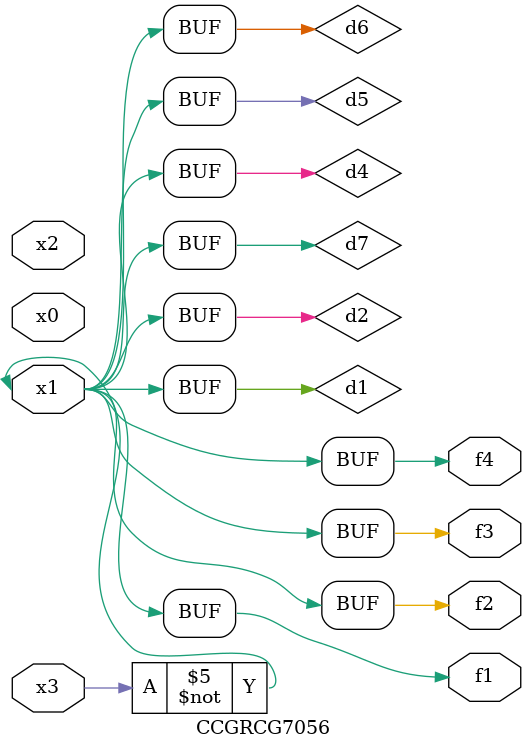
<source format=v>
module CCGRCG7056(
	input x0, x1, x2, x3,
	output f1, f2, f3, f4
);

	wire d1, d2, d3, d4, d5, d6, d7;

	not (d1, x3);
	buf (d2, x1);
	xnor (d3, d1, d2);
	nor (d4, d1);
	buf (d5, d1, d2);
	buf (d6, d4, d5);
	nand (d7, d4);
	assign f1 = d6;
	assign f2 = d7;
	assign f3 = d6;
	assign f4 = d6;
endmodule

</source>
